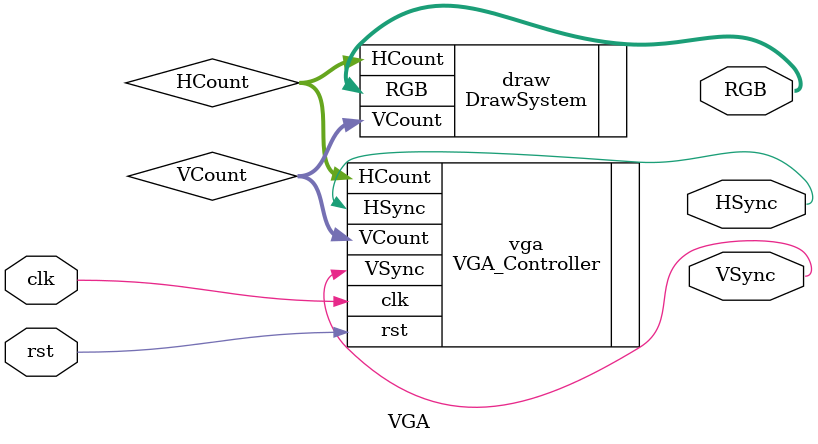
<source format=v>
`timescale 1ns / 1ps
module VGA(
    input clk,
    input rst,
    output [2:0] RGB,
    output HSync,
    output VSync
    );
	 
wire [9:0] HCount, VCount;

VGA_Controller vga (
	 .clk(clk),
	 .rst(rst),
	 .HCount(HCount),
	 .VCount(VCount),
	 .HSync(HSync),
	 .VSync(VSync)
	 );

DrawSystem draw (
	 .HCount(HCount),
	 .VCount(VCount),
	 .RGB(RGB)
	 );
endmodule

</source>
